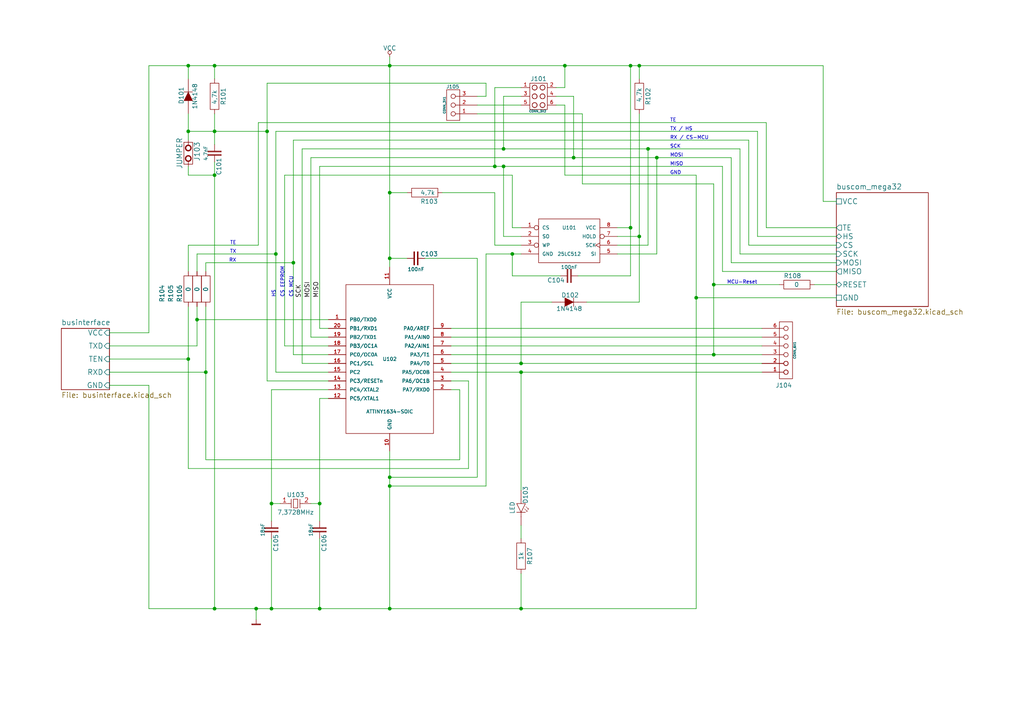
<source format=kicad_sch>
(kicad_sch (version 20211123) (generator eeschema)
  (paper "A4")
  (title_block (date "5 may 2013"))
  (lib_symbols
    (symbol "buscom-rescue:25LCXXX" (pin_names (offset 1.016))
      (property "Reference" "U" (at 0 3.81 0))
      (property "Value" "25LCXXX" (at 0 -3.81 0))
      (symbol "25LCXXX_1_0"
        (rectangle (start -8.89 -6.35) (end 8.89 6.35))
      )
      (symbol "25LCXXX_1_1"
        (pin input inverted (at -13.97 3.81 0) (length 5.08) (name "CS") (number "1"))
        (pin output line (at -13.97 1.27 0) (length 5.08) (name "SO") (number "2"))
        (pin input inverted (at -13.97 -1.27 0) (length 5.08) (name "WP") (number "3"))
        (pin power_in line (at -13.97 -3.81 0) (length 5.08) (name "GND") (number "4"))
        (pin input line (at 13.97 -3.81 180) (length 5.08) (name "SI") (number "5"))
        (pin input clock (at 13.97 -1.27 180) (length 5.08) (name "SCK") (number "6"))
        (pin bidirectional inverted (at 13.97 1.27 180) (length 5.08) (name "HOLD") (number "7"))
        (pin power_in line (at 13.97 3.81 180) (length 5.08) (name "VCC") (number "8"))
      )
    )
    (symbol "buscom-rescue:C" (pin_numbers hide) (pin_names (offset 1.016) hide)
      (property "Reference" "C" (at 1.27 1.27 0))
      (property "Value" "C" (at 0 -2.54 0))
      (symbol "C_0_1"
        (polyline (pts (xy -0.508 -1.905) (xy -0.508 1.905) (xy -0.508 1.905)))
        (polyline (pts (xy -0.381 -1.905) (xy -0.635 -1.905) (xy -0.635 -1.905)))
        (polyline (pts (xy -0.381 1.905) (xy -0.635 1.905) (xy -0.635 1.905)))
        (polyline (pts (xy -0.381 1.905) (xy -0.381 -1.905) (xy -0.381 -1.905)))
        (polyline (pts (xy 0.381 1.905) (xy 0.381 -1.905) (xy 0.381 -1.905)))
        (polyline (pts (xy 0.508 -1.905) (xy 0.508 1.905) (xy 0.508 1.905)))
        (polyline (pts (xy 0.635 -1.905) (xy 0.381 -1.905) (xy 0.381 -1.905)))
        (polyline (pts (xy 0.635 -1.905) (xy 0.635 1.905) (xy 0.635 1.905)))
        (polyline (pts (xy 0.635 1.905) (xy 0.381 1.905) (xy 0.381 1.905)))
        (polyline (pts (xy -0.635 1.905) (xy -0.635 -1.905) (xy -0.635 -1.905) (xy -0.635 -1.905)))
      )
      (symbol "C_1_1"
        (pin input line (at -2.54 0 0) (length 1.905) (name "1") (number "1"))
        (pin input line (at 2.54 0 180) (length 1.905) (name "2") (number "2"))
      )
    )
    (symbol "buscom-rescue:CONN_3X1" (pin_names (offset 1.016) hide)
      (property "Reference" "J" (at 1.905 5.715 0))
      (property "Value" "CONN_3X1" (at 4.445 0 90))
      (symbol "CONN_3X1_0_1"
        (rectangle (start 0 4.445) (end 3.81 -4.445))
      )
      (symbol "CONN_3X1_1_1"
        (pin passive inverted (at -5.08 2.54 0) (length 7.62) (name "1") (number "1"))
        (pin passive inverted (at -5.08 0 0) (length 7.62) (name "2") (number "2"))
        (pin input inverted (at -5.08 -2.54 0) (length 7.62) (name "3") (number "3"))
      )
    )
    (symbol "buscom-rescue:CONN_3X2" (pin_names (offset 1.016) hide)
      (property "Reference" "J" (at 0 5.08 0))
      (property "Value" "CONN_3X2" (at 0 -5.08 0))
      (symbol "CONN_3X2_0_1"
        (rectangle (start -2.54 3.81) (end 2.54 -3.81))
        (circle (center -1.143 -2.54) (radius 0.7112))
        (circle (center -1.143 -2.54) (radius 0.7112))
        (circle (center -1.143 0) (radius 0.7112))
        (circle (center -1.143 0) (radius 0.7112))
        (circle (center -1.143 2.54) (radius 0.7112))
        (circle (center -1.143 2.54) (radius 0.7112))
        (circle (center 1.143 -2.54) (radius 0.7112))
        (circle (center 1.143 -2.54) (radius 0.7112))
        (circle (center 1.143 0) (radius 0.7112))
        (circle (center 1.143 0) (radius 0.7112))
        (circle (center 1.143 2.54) (radius 0.7112))
        (circle (center 1.143 2.54) (radius 0.7112))
        (pin passive line (at -5.08 2.54 0) (length 2.54) (name "1") (number "1"))
        (pin passive line (at 5.08 2.54 180) (length 2.54) (name "2") (number "2"))
        (pin passive line (at -5.08 0 0) (length 2.54) (name "3") (number "3"))
        (pin passive line (at 5.08 0 180) (length 2.54) (name "4") (number "4"))
        (pin passive line (at -5.08 -2.54 0) (length 2.54) (name "5") (number "5"))
        (pin passive line (at 5.08 -2.54 180) (length 2.54) (name "6") (number "6"))
      )
    )
    (symbol "buscom-rescue:CONN_6X1" (pin_names (offset 1.016) hide)
      (property "Reference" "J" (at 1.905 9.525 0))
      (property "Value" "CONN_6X1" (at 4.445 0 90))
      (symbol "CONN_6X1_0_1"
        (rectangle (start 0 8.255) (end 3.81 -8.255))
      )
      (symbol "CONN_6X1_1_1"
        (pin passive inverted (at -5.08 6.35 0) (length 7.62) (name "1") (number "1"))
        (pin passive inverted (at -5.08 6.35 0) (length 7.62) (name "1") (number "1"))
        (pin passive inverted (at -5.08 3.81 0) (length 7.62) (name "2") (number "2"))
        (pin passive inverted (at -5.08 3.81 0) (length 7.62) (name "2") (number "2"))
        (pin input inverted (at -5.08 1.27 0) (length 7.62) (name "3") (number "3"))
        (pin input inverted (at -5.08 -1.27 0) (length 7.62) (name "4") (number "4"))
        (pin input inverted (at -5.08 -3.81 0) (length 7.62) (name "5") (number "5"))
        (pin input inverted (at -5.08 -6.35 0) (length 7.62) (name "6") (number "6"))
      )
    )
    (symbol "buscom-rescue:CRYSTAL" (pin_names (offset 1.016))
      (property "Reference" "U" (at 4.445 2.54 0))
      (property "Value" "CRYSTAL" (at 4.445 -2.54 0))
      (symbol "CRYSTAL_0_1"
        (polyline (pts (xy 2.54 0) (xy 3.175 0) (xy 3.175 0)))
        (polyline (pts (xy 3.175 1.27) (xy 3.175 -1.27) (xy 3.175 -1.27)))
        (polyline (pts (xy 5.715 1.27) (xy 5.715 -1.27) (xy 5.715 -1.27)))
        (polyline (pts (xy 6.35 0) (xy 5.715 0) (xy 5.715 0)))
        (rectangle (start 3.81 1.27) (end 5.08 -1.27))
      )
      (symbol "CRYSTAL_1_1"
        (pin output line (at 0 0 0) (length 2.54) (name "~") (number "1"))
        (pin output line (at 8.89 0 180) (length 2.54) (name "~") (number "2"))
      )
    )
    (symbol "buscom-rescue:D" (pin_numbers hide) (pin_names (offset 1.016) hide)
      (property "Reference" "D" (at 0.254 2.032 0))
      (property "Value" "D" (at 0 -1.905 0))
      (symbol "D_0_1"
        (polyline (pts (xy -1.27 0) (xy -2.54 0) (xy -2.54 0)))
        (polyline (pts (xy 1.27 1.27) (xy 1.27 -1.27) (xy 1.27 -1.27) (xy 1.27 -1.27)))
        (polyline (pts (xy 1.27 0) (xy -1.27 -1.27) (xy -1.27 1.27) (xy 1.27 0) (xy 1.27 0)) (stroke (width 0.0254)) (fill (type outline)))
        (polyline (pts (xy 2.54 0) (xy 1.27 0) (xy 1.27 0) (xy 1.27 0) (xy 1.27 0)))
      )
      (symbol "D_1_1"
        (pin input line (at -5.08 0 0) (length 2.54) (name "A") (number "1"))
        (pin input line (at 5.08 0 180) (length 2.54) (name "C") (number "2"))
      )
    )
    (symbol "buscom-rescue:GND" (power) (pin_names (offset 0.254))
      (symbol "GND_0_1"
        (polyline (pts (xy 0 0) (xy 0 -1.27) (xy 0 -1.27)))
        (polyline (pts (xy 1.27 -1.397) (xy -1.27 -1.397) (xy -1.27 -1.397)))
        (polyline (pts (xy 1.27 -1.27) (xy -1.27 -1.27) (xy -1.27 -1.27)))
        (polyline (pts (xy 1.27 -1.27) (xy 1.27 -1.524) (xy -1.27 -1.524) (xy -1.27 -1.27) (xy -1.27 -1.27)))
      )
      (symbol "GND_1_1"
        (pin power_in line (at 0 0 90) (length 0) hide (name "GND") (number "1"))
      )
    )
    (symbol "buscom-rescue:JUMPER" (pin_numbers hide) (pin_names (offset 1.016) hide)
      (property "Reference" "J" (at -0.508 2.54 0))
      (property "Value" "JUMPER" (at 0 -2.54 0))
      (symbol "JUMPER_0_1"
        (rectangle (start -3.175 1.27) (end 3.175 -1.27))
        (circle (center -1.524 0) (radius 0.7874) (stroke (width 0.381)))
        (circle (center 1.524 0) (radius 0.7874) (stroke (width 0.381)))
        (pin passive line (at 3.81 0 180) (length 1.27) (name "2") (number "2"))
      )
      (symbol "JUMPER_1_1"
        (pin passive line (at -3.81 0 0) (length 1.27) (name "1") (number "1"))
      )
    )
    (symbol "buscom-rescue:LED" (pin_numbers hide) (pin_names (offset 1.016) hide)
      (property "Reference" "D" (at 0 5.08 0))
      (property "Value" "LED" (at 3.175 1.27 0))
      (symbol "LED_0_1"
        (polyline (pts (xy 3.81 3.81) (xy 2.54 3.81) (xy 2.54 3.81)))
        (polyline (pts (xy 5.461 5.969) (xy 4.699 5.207) (xy 4.699 5.207)) (stroke (width 0.1016)))
        (polyline (pts (xy 6.096 5.588) (xy 5.334 4.826) (xy 5.334 4.826)) (stroke (width 0.1016)))
        (polyline (pts (xy 5.842 5.588) (xy 6.096 5.588) (xy 6.096 5.334) (xy 6.096 5.334)) (stroke (width 0.1016)))
        (polyline (pts (xy 6.35 5.08) (xy 6.35 2.54) (xy 6.35 2.54) (xy 6.35 2.54)))
        (polyline (pts (xy 6.35 3.81) (xy 3.81 2.54) (xy 3.81 5.08) (xy 6.35 3.81) (xy 6.35 3.81)))
        (polyline (pts (xy 7.62 3.81) (xy 6.35 3.81) (xy 6.35 3.81) (xy 6.35 3.81) (xy 6.35 3.81)))
        (polyline (pts (xy 5.207 5.969) (xy 5.461 5.969) (xy 5.461 5.715) (xy 5.461 5.715) (xy 5.461 5.715) (xy 5.461 5.715)) (stroke (width 0.1016)))
      )
      (symbol "LED_1_1"
        (pin input line (at 0 3.81 0) (length 2.54) (name "A") (number "1"))
        (pin input line (at 10.16 3.81 180) (length 2.54) (name "C") (number "2"))
      )
    )
    (symbol "buscom-rescue:R" (pin_numbers hide) (pin_names (offset 1.016) hide)
      (property "Reference" "R" (at -1.27 -2.54 0))
      (property "Value" "R" (at -0.635 0 0))
      (symbol "R_0_1"
        (rectangle (start -3.81 1.27) (end 3.81 -1.27))
      )
      (symbol "R_1_1"
        (pin passive line (at -5.08 0 0) (length 1.27) (name "1") (number "1"))
        (pin passive line (at 5.08 0 180) (length 1.27) (name "2") (number "2"))
      )
    )
    (symbol "buscom-rescue:VCC" (power) (pin_names (offset 0))
      (property "Value" "VCC" (at 0 2.54 0))
      (symbol "VCC_0_0"
        (pin power_in line (at 0 0 90) (length 0) hide (name "VCC") (number "1"))
      )
      (symbol "VCC_0_1"
        (polyline (pts (xy 0 0) (xy 0 0.762) (xy 0 0.762)))
        (circle (center 0 1.27) (radius 0.508))
      )
    )
    (symbol "ics_controller_atmel:ATTINY1634-SOIC" (pin_names (offset 1.016))
      (property "Reference" "U" (at 0 0 0))
      (property "Value" "ATTINY1634-SOIC" (at 0 -15.24 0))
      (symbol "ATTINY1634-SOIC_1_0"
        (rectangle (start -12.7 -21.59) (end 12.7 21.59))
      )
      (symbol "ATTINY1634-SOIC_1_1"
        (pin bidirectional line (at 17.78 11.43 180) (length 5.08) (name "PB0/TXD0") (number "1"))
        (pin power_in line (at 0 -26.67 90) (length 5.08) (name "GND") (number "10"))
        (pin power_in line (at 0 26.67 270) (length 5.08) (name "VCC") (number "11"))
        (pin bidirectional line (at 17.78 -11.43 180) (length 5.08) (name "PC5/XTAL1") (number "12"))
        (pin bidirectional line (at 17.78 -8.89 180) (length 5.08) (name "PC4/XTAL2") (number "13"))
        (pin bidirectional line (at 17.78 -6.35 180) (length 5.08) (name "PC3/RESETn") (number "14"))
        (pin bidirectional line (at 17.78 -3.81 180) (length 5.08) (name "PC2") (number "15"))
        (pin bidirectional line (at 17.78 -1.27 180) (length 5.08) (name "PC1/SCL") (number "16"))
        (pin bidirectional line (at 17.78 1.27 180) (length 5.08) (name "PC0/OC0A") (number "17"))
        (pin bidirectional line (at 17.78 3.81 180) (length 5.08) (name "PB3/OC1A") (number "18"))
        (pin bidirectional line (at 17.78 6.35 180) (length 5.08) (name "PB2/TXD1") (number "19"))
        (pin bidirectional line (at -17.78 -8.89 0) (length 5.08) (name "PA7/RXD0") (number "2"))
        (pin bidirectional line (at 17.78 8.89 180) (length 5.08) (name "PB1/RXD1") (number "20"))
        (pin bidirectional line (at -17.78 -6.35 0) (length 5.08) (name "PA6/OC1B") (number "3"))
        (pin bidirectional line (at -17.78 -3.81 0) (length 5.08) (name "PA5/OC0B") (number "4"))
        (pin bidirectional line (at -17.78 -1.27 0) (length 5.08) (name "PA4/T0") (number "5"))
        (pin input line (at -17.78 1.27 0) (length 5.08) (name "PA3/T1") (number "6"))
        (pin bidirectional line (at -17.78 3.81 0) (length 5.08) (name "PA2/AIN1") (number "7"))
        (pin bidirectional line (at -17.78 6.35 0) (length 5.08) (name "PA1/AIN0") (number "8"))
        (pin bidirectional line (at -17.78 8.89 0) (length 5.08) (name "PA0/AREF") (number "9"))
      )
    )
  )
  (junction (at 143.51 48.26))
  (junction (at 78.74 146.05))
  (junction (at 54.61 104.14))
  (junction (at 190.5 45.72))
  (junction (at 163.83 19.05))
  (junction (at 85.09 76.2))
  (junction (at 62.23 19.05))
  (junction (at 77.47 38.1))
  (junction (at 182.88 19.05))
  (junction (at 166.37 45.72))
  (junction (at 113.03 140.97))
  (junction (at 54.61 19.05))
  (junction (at 62.23 38.1))
  (junction (at 113.03 55.88))
  (junction (at 59.69 107.95))
  (junction (at 185.42 19.05))
  (junction (at 146.05 48.26))
  (junction (at 80.01 73.66))
  (junction (at 151.13 105.41))
  (junction (at 185.42 68.58))
  (junction (at 113.03 74.93))
  (junction (at 74.295 176.53))
  (junction (at 62.23 50.8))
  (junction (at 92.71 176.53))
  (junction (at 187.96 43.18))
  (junction (at 201.93 86.36))
  (junction (at 113.03 138.43))
  (junction (at 113.03 176.53))
  (junction (at 207.01 102.87))
  (junction (at 92.71 146.05))
  (junction (at 57.15 92.71))
  (junction (at 182.88 66.04))
  (junction (at 78.74 176.53))
  (junction (at 146.05 43.18))
  (junction (at 54.61 38.1))
  (junction (at 113.03 19.05))
  (junction (at 62.23 176.53))
  (junction (at 151.13 176.53))
  (junction (at 151.13 107.95))
  (junction (at 207.01 82.55))
  (junction (at 148.59 73.66))
  (wire (pts (xy 92.71 176.53) (xy 78.74 176.53)))
  (wire (pts (xy 59.69 88.9) (xy 59.69 107.95)))
  (wire (pts (xy 163.83 50.8) (xy 163.83 30.48)))
  (wire (pts (xy 62.23 33.02) (xy 62.23 38.1)))
  (wire (pts (xy 226.06 82.55) (xy 207.01 82.55)))
  (wire (pts (xy 43.18 19.05) (xy 43.18 96.52)))
  (wire (pts (xy 143.51 55.88) (xy 143.51 71.12)))
  (wire (pts (xy 187.96 71.12) (xy 187.96 43.18)))
  (wire (pts (xy 85.09 102.87) (xy 95.25 102.87)))
  (wire (pts (xy 90.17 146.05) (xy 92.71 146.05)))
  (wire (pts (xy 113.03 74.93) (xy 113.03 77.47)))
  (wire (pts (xy 138.43 138.43) (xy 113.03 138.43)))
  (wire (pts (xy 54.61 135.89) (xy 135.89 135.89)))
  (wire (pts (xy 148.59 73.66) (xy 140.97 73.66)))
  (wire (pts (xy 140.97 140.97) (xy 113.03 140.97)))
  (wire (pts (xy 182.88 66.04) (xy 182.88 80.01)))
  (wire (pts (xy 130.81 100.33) (xy 220.98 100.33)))
  (wire (pts (xy 78.74 113.03) (xy 95.25 113.03)))
  (wire (pts (xy 209.55 78.74) (xy 242.57 78.74)))
  (wire (pts (xy 90.17 45.72) (xy 166.37 45.72)))
  (wire (pts (xy 54.61 40.64) (xy 54.61 38.1)))
  (wire (pts (xy 207.01 82.55) (xy 207.01 102.87)))
  (wire (pts (xy 92.71 115.57) (xy 95.25 115.57)))
  (wire (pts (xy 130.81 102.87) (xy 207.01 102.87)))
  (wire (pts (xy 201.93 50.8) (xy 163.83 50.8)))
  (wire (pts (xy 135.89 110.49) (xy 130.81 110.49)))
  (wire (pts (xy 54.61 88.9) (xy 54.61 104.14)))
  (wire (pts (xy 80.01 107.95) (xy 95.25 107.95)))
  (wire (pts (xy 80.01 38.1) (xy 80.01 73.66)))
  (wire (pts (xy 185.42 87.63) (xy 170.18 87.63)))
  (wire (pts (xy 95.25 100.33) (xy 82.55 100.33)))
  (wire (pts (xy 148.59 66.04) (xy 148.59 50.8)))
  (wire (pts (xy 82.55 100.33) (xy 82.55 50.8)))
  (wire (pts (xy 57.15 88.9) (xy 57.15 92.71)))
  (wire (pts (xy 77.47 110.49) (xy 95.25 110.49)))
  (wire (pts (xy 143.51 25.4) (xy 151.13 25.4)))
  (wire (pts (xy 140.97 24.13) (xy 140.97 27.94)))
  (wire (pts (xy 90.17 45.72) (xy 90.17 97.79)))
  (wire (pts (xy 133.35 113.03) (xy 130.81 113.03)))
  (wire (pts (xy 242.57 71.12) (xy 217.17 71.12)))
  (wire (pts (xy 113.03 55.88) (xy 113.03 74.93)))
  (wire (pts (xy 190.5 73.66) (xy 179.07 73.66)))
  (wire (pts (xy 143.51 48.26) (xy 92.71 48.26)))
  (wire (pts (xy 43.18 96.52) (xy 31.75 96.52)))
  (wire (pts (xy 130.81 97.79) (xy 220.98 97.79)))
  (wire (pts (xy 220.98 105.41) (xy 151.13 105.41)))
  (wire (pts (xy 138.43 138.43) (xy 138.43 74.93)))
  (wire (pts (xy 146.05 68.58) (xy 151.13 68.58)))
  (wire (pts (xy 62.23 19.05) (xy 62.23 22.86)))
  (wire (pts (xy 146.05 27.94) (xy 146.05 43.18)))
  (wire (pts (xy 78.74 176.53) (xy 78.74 156.21)))
  (wire (pts (xy 74.295 176.53) (xy 74.295 179.705)))
  (wire (pts (xy 201.93 86.36) (xy 201.93 50.8)))
  (wire (pts (xy 62.23 19.05) (xy 113.03 19.05)))
  (wire (pts (xy 209.55 48.26) (xy 209.55 78.74)))
  (wire (pts (xy 179.07 71.12) (xy 187.96 71.12)))
  (wire (pts (xy 161.29 30.48) (xy 163.83 30.48)))
  (wire (pts (xy 219.71 38.1) (xy 219.71 68.58)))
  (wire (pts (xy 95.25 97.79) (xy 90.17 97.79)))
  (wire (pts (xy 77.47 24.13) (xy 77.47 38.1)))
  (wire (pts (xy 54.61 19.05) (xy 54.61 22.86)))
  (wire (pts (xy 201.93 86.36) (xy 242.57 86.36)))
  (wire (pts (xy 74.295 176.53) (xy 62.23 176.53)))
  (wire (pts (xy 138.43 33.02) (xy 168.91 33.02)))
  (wire (pts (xy 143.51 71.12) (xy 151.13 71.12)))
  (wire (pts (xy 135.89 135.89) (xy 135.89 110.49)))
  (wire (pts (xy 57.15 100.33) (xy 31.75 100.33)))
  (wire (pts (xy 143.51 25.4) (xy 143.51 48.26)))
  (wire (pts (xy 59.69 76.2) (xy 85.09 76.2)))
  (wire (pts (xy 166.37 45.72) (xy 190.5 45.72)))
  (wire (pts (xy 242.57 82.55) (xy 236.22 82.55)))
  (wire (pts (xy 43.18 19.05) (xy 54.61 19.05)))
  (wire (pts (xy 78.74 146.05) (xy 78.74 113.03)))
  (wire (pts (xy 62.23 38.1) (xy 54.61 38.1)))
  (wire (pts (xy 163.83 19.05) (xy 182.88 19.05)))
  (wire (pts (xy 80.01 38.1) (xy 219.71 38.1)))
  (wire (pts (xy 214.63 43.18) (xy 214.63 73.66)))
  (wire (pts (xy 185.42 68.58) (xy 185.42 87.63)))
  (wire (pts (xy 77.47 24.13) (xy 140.97 24.13)))
  (wire (pts (xy 85.09 76.2) (xy 85.09 102.87)))
  (wire (pts (xy 57.15 73.66) (xy 80.01 73.66)))
  (wire (pts (xy 78.74 151.13) (xy 78.74 146.05)))
  (wire (pts (xy 222.25 66.04) (xy 242.57 66.04)))
  (wire (pts (xy 54.61 71.12) (xy 54.61 78.74)))
  (wire (pts (xy 54.61 38.1) (xy 54.61 33.02)))
  (wire (pts (xy 62.23 50.8) (xy 62.23 176.53)))
  (wire (pts (xy 201.93 176.53) (xy 151.13 176.53)))
  (wire (pts (xy 148.59 50.8) (xy 82.55 50.8)))
  (wire (pts (xy 151.13 105.41) (xy 130.81 105.41)))
  (wire (pts (xy 113.03 16.51) (xy 113.03 19.05)))
  (wire (pts (xy 217.17 40.64) (xy 217.17 71.12)))
  (wire (pts (xy 92.71 146.05) (xy 92.71 115.57)))
  (wire (pts (xy 185.42 22.86) (xy 185.42 19.05)))
  (wire (pts (xy 242.57 76.2) (xy 212.09 76.2)))
  (wire (pts (xy 146.05 43.18) (xy 87.63 43.18)))
  (wire (pts (xy 166.37 27.94) (xy 166.37 45.72)))
  (wire (pts (xy 151.13 156.21) (xy 151.13 152.4)))
  (wire (pts (xy 209.55 48.26) (xy 146.05 48.26)))
  (wire (pts (xy 81.28 146.05) (xy 78.74 146.05)))
  (wire (pts (xy 201.93 176.53) (xy 201.93 86.36)))
  (wire (pts (xy 85.09 40.64) (xy 217.17 40.64)))
  (wire (pts (xy 74.93 71.12) (xy 74.93 35.56)))
  (wire (pts (xy 43.18 176.53) (xy 43.18 111.76)))
  (wire (pts (xy 113.03 176.53) (xy 92.71 176.53)))
  (wire (pts (xy 43.18 111.76) (xy 31.75 111.76)))
  (wire (pts (xy 78.74 176.53) (xy 74.295 176.53)))
  (wire (pts (xy 59.69 133.35) (xy 133.35 133.35)))
  (wire (pts (xy 146.05 48.26) (xy 146.05 68.58)))
  (wire (pts (xy 54.61 104.14) (xy 54.61 135.89)))
  (wire (pts (xy 118.11 74.93) (xy 113.03 74.93)))
  (wire (pts (xy 148.59 80.01) (xy 162.56 80.01)))
  (wire (pts (xy 85.09 40.64) (xy 85.09 76.2)))
  (wire (pts (xy 238.76 19.05) (xy 238.76 58.42)))
  (wire (pts (xy 113.03 138.43) (xy 113.03 140.97)))
  (wire (pts (xy 133.35 133.35) (xy 133.35 113.03)))
  (wire (pts (xy 113.03 130.81) (xy 113.03 138.43)))
  (wire (pts (xy 31.75 107.95) (xy 59.69 107.95)))
  (wire (pts (xy 130.81 95.25) (xy 220.98 95.25)))
  (wire (pts (xy 74.93 71.12) (xy 54.61 71.12)))
  (wire (pts (xy 77.47 38.1) (xy 62.23 38.1)))
  (wire (pts (xy 168.91 33.02) (xy 168.91 53.34)))
  (wire (pts (xy 190.5 45.72) (xy 190.5 73.66)))
  (wire (pts (xy 87.63 43.18) (xy 87.63 105.41)))
  (wire (pts (xy 151.13 142.24) (xy 151.13 107.95)))
  (wire (pts (xy 148.59 73.66) (xy 148.59 80.01)))
  (wire (pts (xy 95.25 95.25) (xy 92.71 95.25)))
  (wire (pts (xy 113.03 140.97) (xy 113.03 176.53)))
  (wire (pts (xy 62.23 38.1) (xy 62.23 41.91)))
  (wire (pts (xy 207.01 53.34) (xy 207.01 82.55)))
  (wire (pts (xy 163.83 19.05) (xy 163.83 25.4)))
  (wire (pts (xy 57.15 78.74) (xy 57.15 73.66)))
  (wire (pts (xy 151.13 107.95) (xy 130.81 107.95)))
  (wire (pts (xy 214.63 73.66) (xy 242.57 73.66)))
  (wire (pts (xy 179.07 66.04) (xy 182.88 66.04)))
  (wire (pts (xy 151.13 66.04) (xy 148.59 66.04)))
  (wire (pts (xy 151.13 166.37) (xy 151.13 176.53)))
  (wire (pts (xy 151.13 176.53) (xy 113.03 176.53)))
  (wire (pts (xy 59.69 107.95) (xy 59.69 133.35)))
  (wire (pts (xy 57.15 92.71) (xy 57.15 100.33)))
  (wire (pts (xy 138.43 74.93) (xy 123.19 74.93)))
  (wire (pts (xy 214.63 43.18) (xy 187.96 43.18)))
  (wire (pts (xy 151.13 30.48) (xy 138.43 30.48)))
  (wire (pts (xy 182.88 19.05) (xy 185.42 19.05)))
  (wire (pts (xy 59.69 76.2) (xy 59.69 78.74)))
  (wire (pts (xy 54.61 19.05) (xy 62.23 19.05)))
  (wire (pts (xy 151.13 87.63) (xy 160.02 87.63)))
  (wire (pts (xy 54.61 50.8) (xy 54.61 48.26)))
  (wire (pts (xy 242.57 58.42) (xy 238.76 58.42)))
  (wire (pts (xy 113.03 55.88) (xy 118.11 55.88)))
  (wire (pts (xy 207.01 102.87) (xy 220.98 102.87)))
  (wire (pts (xy 187.96 43.18) (xy 146.05 43.18)))
  (wire (pts (xy 113.03 19.05) (xy 163.83 19.05)))
  (wire (pts (xy 190.5 45.72) (xy 212.09 45.72)))
  (wire (pts (xy 182.88 19.05) (xy 182.88 66.04)))
  (wire (pts (xy 151.13 73.66) (xy 148.59 73.66)))
  (wire (pts (xy 140.97 73.66) (xy 140.97 140.97)))
  (wire (pts (xy 80.01 73.66) (xy 80.01 107.95)))
  (wire (pts (xy 113.03 19.05) (xy 113.03 55.88)))
  (wire (pts (xy 161.29 25.4) (xy 163.83 25.4)))
  (wire (pts (xy 185.42 19.05) (xy 238.76 19.05)))
  (wire (pts (xy 77.47 38.1) (xy 77.47 110.49)))
  (wire (pts (xy 92.71 176.53) (xy 92.71 156.21)))
  (wire (pts (xy 185.42 33.02) (xy 185.42 68.58)))
  (wire (pts (xy 128.27 55.88) (xy 143.51 55.88)))
  (wire (pts (xy 92.71 48.26) (xy 92.71 95.25)))
  (wire (pts (xy 222.25 35.56) (xy 74.93 35.56)))
  (wire (pts (xy 212.09 45.72) (xy 212.09 76.2)))
  (wire (pts (xy 87.63 105.41) (xy 95.25 105.41)))
  (wire (pts (xy 31.75 104.14) (xy 54.61 104.14)))
  (wire (pts (xy 92.71 151.13) (xy 92.71 146.05)))
  (wire (pts (xy 222.25 35.56) (xy 222.25 66.04)))
  (wire (pts (xy 95.25 92.71) (xy 57.15 92.71)))
  (wire (pts (xy 179.07 68.58) (xy 185.42 68.58)))
  (wire (pts (xy 151.13 27.94) (xy 146.05 27.94)))
  (wire (pts (xy 62.23 46.99) (xy 62.23 50.8)))
  (wire (pts (xy 207.01 53.34) (xy 168.91 53.34)))
  (wire (pts (xy 146.05 48.26) (xy 143.51 48.26)))
  (wire (pts (xy 182.88 80.01) (xy 167.64 80.01)))
  (wire (pts (xy 62.23 50.8) (xy 54.61 50.8)))
  (wire (pts (xy 140.97 27.94) (xy 138.43 27.94)))
  (wire (pts (xy 62.23 176.53) (xy 43.18 176.53)))
  (wire (pts (xy 166.37 27.94) (xy 161.29 27.94)))
  (wire (pts (xy 220.98 107.95) (xy 151.13 107.95)))
  (wire (pts (xy 151.13 105.41) (xy 151.13 87.63)))
  (wire (pts (xy 219.71 68.58) (xy 242.57 68.58)))
  (text "CS EEPROM" (at 82.55 86.36 90) (effects (font (size 1.016 1.016)) (justify left bottom)))
  (text "TE" (at 68.58 71.12 180) (effects (font (size 1.016 1.016)) (justify right bottom)))
  (text "MOSI\n" (at 194.31 45.72 0) (effects (font (size 1.016 1.016)) (justify left bottom)))
  (text "SCK" (at 194.31 43.18 0) (effects (font (size 1.016 1.016)) (justify left bottom)))
  (text "RX" (at 68.58 76.2 180) (effects (font (size 1.016 1.016)) (justify right bottom)))
  (text "MCU-Reset" (at 210.82 82.55 0) (effects (font (size 1.016 1.016)) (justify left bottom)))
  (text "TE" (at 194.31 35.56 0) (effects (font (size 1.016 1.016)) (justify left bottom)))
  (text "CS MCU" (at 85.09 86.36 90) (effects (font (size 1.016 1.016)) (justify left bottom)))
  (text "GND" (at 194.31 50.8 0) (effects (font (size 1.016 1.016)) (justify left bottom)))
  (text "MISO\n" (at 194.31 48.26 0) (effects (font (size 1.016 1.016)) (justify left bottom)))
  (text "RX / CS-MCU" (at 194.31 40.64 0) (effects (font (size 1.016 1.016)) (justify left bottom)))
  (text "TX / HS" (at 194.31 38.1 0) (effects (font (size 1.016 1.016)) (justify left bottom)))
  (text "TX" (at 68.58 73.66 180) (effects (font (size 1.016 1.016)) (justify right bottom)))
  (text "HS" (at 80.01 86.36 90) (effects (font (size 1.016 1.016)) (justify left bottom)))
  (label "MISO" (at 92.71 86.36 90))
  (label "MOSI" (at 90.17 86.36 90))
  (label "SCK" (at 87.63 86.36 90))
  (symbol (lib_id "ics_controller_atmel:ATTINY1634-SOIC") (at 113.03 104.14 0) (mirror y) (unit 1)
    (property "Reference" "U102" (at 113.03 104.14 0) (effects (font (size 1.016 1.016))))
    (property "Value" "ATTINY1634-SOIC" (at 113.03 119.38 0) (effects (font (size 1.016 1.016))))
    (property "Footprint" "SO20L" (effects hide))
    (property "Datasheet" "DOCUMENTATION" (effects hide))
  )
  (symbol (lib_id "buscom-rescue:CRYSTAL") (at 81.28 146.05 0) (unit 1)
    (property "Reference" "U103" (at 85.725 143.51 0))
    (property "Value" "7,3728MHz" (at 85.725 148.59 0))
  )
  (symbol (lib_id "buscom-rescue:C") (at 92.71 153.67 270) (unit 1)
    (property "Reference" "C106" (at 93.98 154.94 0) (effects (justify left)))
    (property "Value" "18pF" (at 90.17 153.67 0) (effects (font (size 1.016 1.016))))
  )
  (symbol (lib_id "buscom-rescue:C") (at 78.74 153.67 270) (unit 1)
    (property "Reference" "C105" (at 80.01 154.94 0) (effects (justify left)))
    (property "Value" "18pF" (at 76.2 153.67 0) (effects (font (size 1.016 1.016))))
  )
  (symbol (lib_id "buscom-rescue:C") (at 120.65 74.93 0) (unit 1)
    (property "Reference" "C103" (at 121.92 73.66 0) (effects (justify left)))
    (property "Value" "100nF" (at 120.65 78.105 0) (effects (font (size 1.016 1.016))))
  )
  (symbol (lib_id "buscom-rescue:CONN_3X2") (at 156.21 27.94 0) (unit 1)
    (property "Reference" "J101" (at 156.21 22.86 0))
    (property "Value" "CONN_3X2" (at 155.956 32.258 0) (effects (font (size 0.635 0.635))))
  )
  (symbol (lib_id "buscom-rescue:R") (at 62.23 27.94 270) (unit 1)
    (property "Reference" "R101" (at 64.77 25.4 0) (effects (justify left)))
    (property "Value" "4,7k" (at 62.23 26.035 0) (effects (justify left)))
  )
  (symbol (lib_id "buscom-rescue:D") (at 54.61 27.94 90) (unit 1)
    (property "Reference" "D101" (at 52.578 27.686 0))
    (property "Value" "1N4148" (at 56.515 27.94 0))
  )
  (symbol (lib_id "buscom-rescue:C") (at 62.23 44.45 270) (unit 1)
    (property "Reference" "C101" (at 63.5 45.72 0) (effects (justify left)))
    (property "Value" "4,7nF" (at 59.69 44.45 0) (effects (font (size 1.016 1.016))))
  )
  (symbol (lib_id "buscom-rescue:JUMPER") (at 54.61 44.45 270) (unit 1)
    (property "Reference" "J103" (at 57.15 43.942 0) (effects (font (size 1.524 1.524))))
    (property "Value" "JUMPER" (at 52.07 44.45 0) (effects (font (size 1.524 1.524))))
  )
  (symbol (lib_id "buscom-rescue:25LCXXX") (at 165.1 69.85 0) (unit 1)
    (property "Reference" "U101" (at 165.1 66.04 0) (effects (font (size 1.016 1.016))))
    (property "Value" "25LC512" (at 165.1 73.66 0) (effects (font (size 1.016 1.016))))
    (property "Footprint" "SO8N" (effects hide))
    (property "Datasheet" "DOCUMENTATION" (effects hide))
  )
  (symbol (lib_id "buscom-rescue:LED") (at 147.32 142.24 270) (unit 1)
    (property "Reference" "D103" (at 152.4 140.97 0) (effects (justify left)))
    (property "Value" "LED" (at 148.59 145.415 0) (effects (justify left)))
  )
  (symbol (lib_id "buscom-rescue:R") (at 151.13 161.29 270) (unit 1)
    (property "Reference" "R107" (at 153.67 158.75 0) (effects (justify left)))
    (property "Value" "1k" (at 151.13 160.02 0) (effects (justify left)))
  )
  (symbol (lib_id "buscom-rescue:R") (at 185.42 27.94 270) (unit 1)
    (property "Reference" "R102" (at 187.96 25.4 0) (effects (justify left)))
    (property "Value" "4,7k" (at 185.42 25.4 0) (effects (justify left)))
  )
  (symbol (lib_id "buscom-rescue:CONN_6X1") (at 226.06 101.6 0) (mirror x) (unit 1)
    (property "Reference" "J104" (at 227.33 111.76 0))
    (property "Value" "CONN_6X1" (at 230.505 101.6 90) (effects (font (size 0.635 0.635))))
  )
  (symbol (lib_id "buscom-rescue:D") (at 165.1 87.63 0) (unit 1)
    (property "Reference" "D102" (at 165.354 85.598 0))
    (property "Value" "1N4148" (at 165.1 89.535 0))
  )
  (symbol (lib_id "buscom-rescue:GND") (at 74.295 179.705 0) (unit 1)
    (property "Reference" "#PWR02" (effects hide))
    (property "Value" "GND" (effects hide))
  )
  (symbol (lib_id "buscom-rescue:R") (at 123.19 55.88 0) (unit 1)
    (property "Reference" "R103" (at 121.92 58.42 0) (effects (justify left)))
    (property "Value" "4,7k" (at 121.92 55.88 0) (effects (justify left)))
  )
  (symbol (lib_id "buscom-rescue:C") (at 165.1 80.01 180) (unit 1)
    (property "Reference" "C104" (at 163.83 81.28 0) (effects (justify left)))
    (property "Value" "100nF" (at 165.1 77.47 0) (effects (font (size 1.016 1.016))))
  )
  (symbol (lib_id "buscom-rescue:R") (at 59.69 83.82 270) (unit 1)
    (property "Reference" "R106" (at 52.07 82.55 0) (effects (justify left)))
    (property "Value" "0" (at 59.69 83.185 0) (effects (justify left)))
  )
  (symbol (lib_id "buscom-rescue:R") (at 57.15 83.82 270) (unit 1)
    (property "Reference" "R105" (at 49.53 82.55 0) (effects (justify left)))
    (property "Value" "0" (at 57.15 83.185 0) (effects (justify left)))
  )
  (symbol (lib_id "buscom-rescue:R") (at 54.61 83.82 270) (unit 1)
    (property "Reference" "R104" (at 46.99 82.55 0) (effects (justify left)))
    (property "Value" "0" (at 54.61 83.185 0) (effects (justify left)))
  )
  (symbol (lib_id "buscom-rescue:R") (at 231.14 82.55 180) (unit 1)
    (property "Reference" "R108" (at 232.41 80.01 0) (effects (justify left)))
    (property "Value" "0" (at 231.775 82.55 0) (effects (justify left)))
  )
  (symbol (lib_id "buscom-rescue:CONN_3X1") (at 133.35 30.48 180) (unit 1)
    (property "Reference" "J105" (at 131.318 25.146 0) (effects (font (size 1.016 1.016))))
    (property "Value" "CONN_3X1" (at 128.905 30.48 90) (effects (font (size 0.635 0.635))))
  )
  (symbol (lib_id "buscom-rescue:VCC") (at 113.03 16.51 0) (unit 1)
    (property "Reference" "#PWR01" (effects hide))
    (property "Value" "VCC" (at 113.03 13.97 0))
  )
  (sheet (at 17.78 95.25) (size 13.97 17.78)
    (property "Sheet name" "businterface" (at 17.78 94.4114 0) (effects (font (size 1.524 1.524)) (justify left bottom)))
    (property "Sheet file" "businterface.kicad_sch" (at 17.78 113.7162 0) (effects (font (size 1.524 1.524)) (justify left top)))
    (pin "GND" input (at 31.75 111.76 0) (effects (font (size 1.524 1.524))))
    (pin "VCC" input (at 31.75 96.52 0) (effects (font (size 1.524 1.524))))
    (pin "TEN" input (at 31.75 104.14 0) (effects (font (size 1.524 1.524))))
    (pin "RXD" input (at 31.75 107.95 0) (effects (font (size 1.524 1.524))))
    (pin "TXD" input (at 31.75 100.33 0) (effects (font (size 1.524 1.524))))
  )
  (sheet (at 242.57 55.88) (size 26.67 33.02)
    (property "Sheet name" "buscom_mega32" (at 242.57 55.0414 0) (effects (font (size 1.524 1.524)) (justify left bottom)))
    (property "Sheet file" "buscom_mega32.kicad_sch" (at 242.57 89.5862 0) (effects (font (size 1.524 1.524)) (justify left top)))
    (pin "HS" bidirectional (at 242.57 68.58 180) (effects (font (size 1.524 1.524))))
    (pin "RESET" tri_state (at 242.57 82.55 180) (effects (font (size 1.524 1.524))))
    (pin "GND" passive (at 242.57 86.36 180) (effects (font (size 1.524 1.524))))
    (pin "MISO" output (at 242.57 78.74 180) (effects (font (size 1.524 1.524))))
    (pin "MOSI" input (at 242.57 76.2 180) (effects (font (size 1.524 1.524))))
    (pin "SCK" input (at 242.57 73.66 180) (effects (font (size 1.524 1.524))))
    (pin "CS" input (at 242.57 71.12 180) (effects (font (size 1.524 1.524))))
    (pin "VCC" passive (at 242.57 58.42 180) (effects (font (size 1.524 1.524))))
    (pin "TE" output (at 242.57 66.04 180) (effects (font (size 1.524 1.524))))
  )
)
</source>
